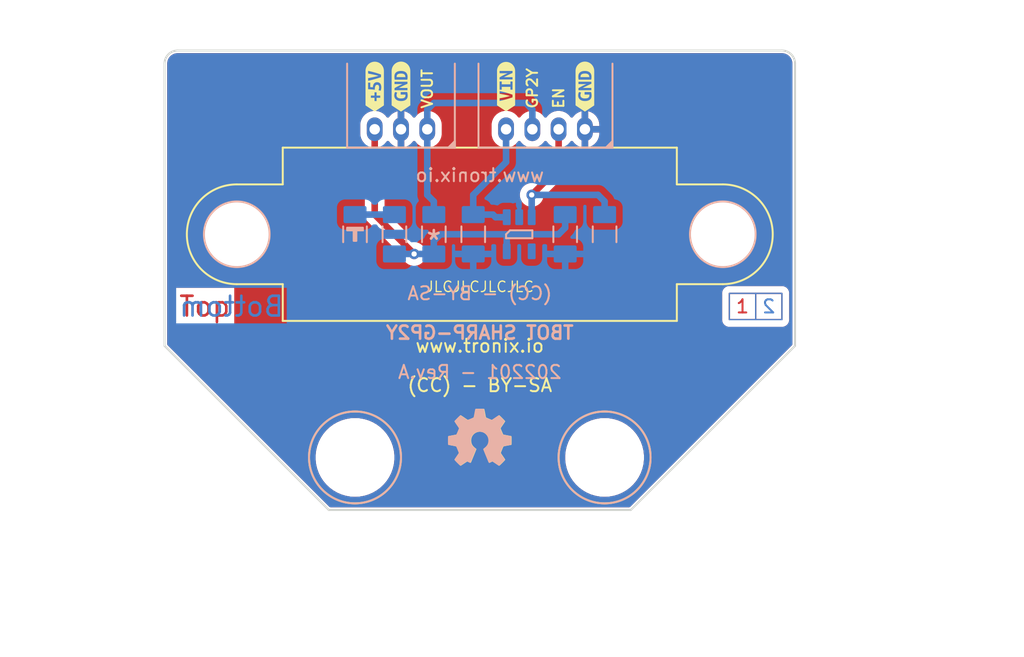
<source format=kicad_pcb>
(kicad_pcb (version 20221018) (generator pcbnew)
  (title_block (title "TBOT - SHARP-GP2Y") (date "01/2022") (rev "A"))
  (layers (0 "F.Cu" signal) (31 "B.Cu" signal) (34 "B.Paste" user) (35 "F.Paste" user) (36 "B.SilkS" user "B.Silkscreen") (37 "F.SilkS" user "F.Silkscreen") (38 "B.Mask" user) (39 "F.Mask" user) (44 "Edge.Cuts" user))
  (net 0 "")
  (net 1 "GND")
  (net 2 "+5V")
  (net 3 "+VIN")
  (net 4 "Net-(LED1-A)")
  (net 5 "MCU_ENABLE")
  (net 7 "GP2Y_OUT")
  (footprint "tronixio:OSHW-5MM" (layer "F.Cu") (at 124 94.5)
    (fp_text reference "GT" hide)
    (fp_text value "LOGO" hide)
    (fp_poly (pts (xy 0.112503 -2.205305) (xy 0.188585 -2.204991) (xy 0.245175 -2.204139) (xy 0.285349 -2.202485) (xy 0.312183 -2.19976) (xy 0.328754 -2.195697) (xy 0.338137 -2.190029) (xy 0.343407 -2.182489) (xy 0.346067 -2.176502) (xy 0.351819 -2.155872) (xy 0.361219 -2.114019) (xy 0.373445 -2.054971) (xy 0.387673 -1.982754) (xy 0.403082 -1.901397) (xy 0.410766 -1.859685) (xy 0.426304 -1.776128) (xy 0.440921 -1.700487) (xy 0.453831 -1.636607) (xy 0.464245 -1.58833) (xy 0.471376 -1.559501) (xy 0.473495 -1.553524) (xy 0.487624 -1.543829) (xy 0.520987 -1.52669) (xy 0.568967 -1.504087) (xy 0.626948 -1.477998) (xy 0.690314 -1.450405) (xy 0.754449 -1.423285) (xy 0.814737 -1.398618) (xy 0.866561 -1.378383) (xy 0.905305 -1.36456) (xy 0.926354 -1.359128) (xy 0.92691 -1.359112) (xy 0.941518 -1.366107) (xy 0.97411 -1.385773) (xy 1.021624 -1.416127) (xy 1.080997 -1.455189) (xy 1.149167 -1.500978) (xy 1.204337 -1.538617) (xy 1.276991 -1.58813) (xy 1.343025 -1.632413) (xy 1.399403 -1.669487) (xy 1.443088 -1.697374) (xy 1.471043 -1.714097) (xy 1.47988 -1.718122) (xy 1.493641 -1.709282) (xy 1.521915 -1.684807) (xy 1.561669 -1.647768) (xy 1.609873 -1.601234) (xy 1.663495 -1.548276) (xy 1.719505 -1.491962) (xy 1.774871 -1.435363) (xy 1.826562 -1.381549) (xy 1.871548 -1.33359) (xy 1.906797 -1.294555) (xy 1.929278 -1.267514) (xy 1.936093 -1.256075) (xy 1.930212 -1.239792) (xy 1.912193 -1.207543) (xy 1.881475 -1.158462) (xy 1.837495 -1.091686) (xy 1.779689 -1.00635) (xy 1.707495 -0.901591) (xy 1.671879 -0.850344) (xy 1.638824 -0.80126) (xy 1.612148 -0.758563) (xy 1.594893 -0.727324) (xy 1.589904 -0.713655) (xy 1.594754 -0.697334) (xy 1.608013 -0.662128) (xy 1.62775 -0.612617) (xy 1.652031 -0.55338) (xy 1.678922 -0.488996) (xy 1.706491 -0.424047) (xy 1.732803 -0.363111) (xy 1.755927 -0.310768) (xy 1.773928 -0.271598) (xy 1.784874 -0.25018) (xy 1.786526 -0.247868) (xy 1.800495 -0.243726) (xy 1.836105 -0.235699) (xy 1.889773 -0.224522) (xy 1.957915 -0.210929) (xy 2.036948 -0.195656) (xy 2.090365 -0.185568) (xy 2.175183 -0.169544) (xy 2.252099 -0.15474) (xy 2.317349 -0.141901) (xy 2.367173 -0.131773) (xy 2.397809 -0.125104) (xy 2.405431 -0.123066) (xy 2.411063 -0.116814) (xy 2.415426 -0.101095) (xy 2.418668 -0.073197) (xy 2.420933 -0.030409) (xy 2.422366 0.02998) (xy 2.423114 0.110684) (xy 2.423321 0.210293) (xy 2.423202 0.310587) (xy 2.422711 0.388201) (xy 2.421649 0.446096) (xy 2.419816 0.487237) (xy 2.417013 0.514584) (xy 2.41304 0.531101) (xy 2.407697 0.53975) (xy 2.400883 0.543466) (xy 2.378661 0.548625) (xy 2.338314 0.556746) (xy 2.286985 0.566415) (xy 2.263049 0.570744) (xy 2.127407 0.595376) (xy 2.016332 0.616479) (xy 1.929018 0.634225) (xy 1.864656 0.64879) (xy 1.82244 0.660347) (xy 1.801562 0.66907) (xy 1.79987 0.670496) (xy 1.791465 0.686078) (xy 1.775685 0.720992) (xy 1.754362 0.770707) (xy 1.729327 0.830694) (xy 1.702414 0.896422) (xy 1.675454 0.96336) (xy 1.650281 1.026979) (xy 1.628726 1.082748) (xy 1.612622 1.126137) (xy 1.603801 1.152615) (xy 1.602692 1.157988) (xy 1.610028 1.172767) (xy 1.63143 1.207108) (xy 1.666036 1.259722) (xy 1.712983 1.329322) (xy 1.771408 1.414621) (xy 1.840447 1.51433) (xy 1.867654 1.553391) (xy 1.897811 1.599113) (xy 1.921185 1.639288) (xy 1.934376 1.667841) (xy 1.936093 1.675677) (xy 1.927103 1.692014) (xy 1.901418 1.723855) (xy 1.860965 1.769075) (xy 1.807672 1.82555) (xy 1.743466 1.891154) (xy 1.71296 1.921664) (xy 1.643302 1.990709) (xy 1.589314 2.043494) (xy 1.548612 2.081971) (xy 1.518813 2.108091) (xy 1.497532 2.123805) (xy 1.482386 2.131066) (xy 1.470991 2.131825) (xy 1.460964 2.128033) (xy 1.460917 2.128008) (xy 1.441892 2.116253) (xy 1.405419 2.09234) (xy 1.355138 2.058707) (xy 1.294686 2.017792) (xy 1.227702 1.972033) (xy 1.210483 1.960205) (xy 1.143557 1.914694) (xy 1.083189 1.874607) (xy 1.032748 1.842104) (xy 0.995605 1.819344) (xy 0.975129 1.808488) (xy 0.972784 1.807875) (xy 0.955044 1.813477) (xy 0.920428 1.82855) (xy 0.874685 1.850498) (xy 0.843591 1.866246) (xy 0.794692 1.890329) (xy 0.754091 1.908142) (xy 0.727189 1.917434) (xy 0.719661 1.917874) (xy 0.71184 1.904564) (xy 0.695873 1.87093) (xy 0.673276 1.820398) (xy 0.645566 1.756397) (xy 0.614262 1.682354) (xy 0.595951 1.638326) (xy 0.555205 1.539832) (xy 0.509885 1.430374) (xy 0.463588 1.318629) (xy 0.419909 1.213275) (xy 0.382617 1.123407) (xy 0.352192 1.049365) (xy 0.325466 0.982847) (xy 0.303922 0.927668) (xy 0.289044 0.887646) (xy 0.282318 0.866596) (xy 0.28208 0.86489) (xy 0.291868 0.850064) (xy 0.317767 0.825757) (xy 0.354572 0.796754) (xy 0.362216 0.791216) (xy 0.47362 0.699405) (xy 0.560778 0.600114) (xy 0.624272 0.492284) (xy 0.664684 0.374854) (xy 0.682594 0.246763) (xy 0.683668 0.205149) (xy 0.672966 0.079705) (xy 0.639876 -0.035509) (xy 0.583362 -0.143051) (xy 0.502387 -0.245478) (xy 0.500128 -0.247901) (xy 0.404266 -0.332655) (xy 0.297367 -0.395917) (xy 0.182586 -0.437559) (xy 0.063074 -0.45745) (xy -0.058015 -0.455461) (xy -0.177529 -0.431461) (xy -0.292317 -0.38532) (xy -0.399224 -0.316909) (xy -0.435557 -0.286461) (xy -0.524789 -0.19034) (xy -0.590858 -0.083248) (xy -0.63358 0.034398) (xy -0.65277 0.162186) (xy -0.653912 0.203806) (xy -0.64477 0.331905) (xy -0.616397 0.446756) (xy -0.567372 0.551025) (xy -0.496276 0.647379) (xy -0.401689 0.738486) (xy -0.345898 0.782346) (xy -0.305473 0.814275) (xy -0.274554 0.84243) (xy -0.257973 0.862253) (xy -0.256436 0.866724) (xy -0.261189 0.882472) (xy -0.274692 0.919019) (xy -0.295811 0.973504) (xy -0.323413 1.043065) (xy -0.356365 1.124837) (xy -0.393532 1.21596) (xy -0.424781 1.291835) (xy -0.466473 1.392714) (xy -0.506757 1.490316) (xy -0.54414 1.581016) (xy -0.57713 1.661187) (xy -0.604234 1.727202) (xy -0.623959 1.775436) (xy -0.631922 1.795053) (xy -0.656173 1.85428) (xy -0.675445 1.89208) (xy -0.695005 1.910535) (xy -0.720119 1.911726) (xy -0.756055 1.897735) (xy -0.80808 1.870643) (xy -0.814523 1.867212) (xy -0.863833 1.841835) (xy -0.905672 1.821875) (xy -0.934272 1.810004) (xy -0.942679 1.807875) (xy -0.957624 1.814831) (xy -0.990452 1.834339) (xy -1.037961 1.864353) (xy -1.096948 1.902829) (xy -1.164211 1.947723) (xy -1.20379 1.974558) (xy -1.273782 2.022017) (xy -1.336742 2.064219) (xy -1.389581 2.099132) (xy -1.429212 2.124728) (xy -1.452547 2.138976) (xy -1.457362 2.141242) (xy -1.468597 2.132572) (xy -1.495354 2.108206) (xy -1.53505 2.070611) (xy -1.585104 2.022252) (xy -1.642932 1.965596) (xy -1.688443 1.920545) (xy -1.754363 1.854061) (xy -1.811428 1.794627) (xy -1.857492 1.744605) (xy -1.890411 1.706358) (xy -1.908038 1.682247) (xy -1.910449 1.676115) (xy -1.903342 1.656709) (xy -1.88402 1.621725) (xy -1.855484 1.576225) (xy -1.822794 1.528185) (xy -1.761853 1.44109) (xy -1.706889 1.361082) (xy -1.659529 1.29063) (xy -1.621397 1.232204) (xy -1.594118 1.188276) (xy -1.579316 1.161316) (xy -1.577082 1.154608) (xy -1.581837 1.136716) (xy -1.594857 1.099854) (xy -1.614275 1.048609) (xy -1.638222 0.987568) (xy -1.664831 0.921316) (xy -1.692235 0.854442) (xy -1.718566 0.791531) (xy -1.741957 0.737171) (xy -1.76054 0.695948) (xy -1.772447 0.672449) (xy -1.774702 0.66925) (xy -1.791569 0.66222) (xy -1.829891 0.651729) (xy -1.885847 0.638647) (xy -1.955617 0.623842) (xy -2.035381 0.608183) (xy -2.07828 0.60022) (xy -2.161621 0.584627) (xy -2.236906 0.569745) (xy -2.300315 0.556391) (xy -2.348033 0.545387) (xy -2.37624 0.537551) (xy -2.381867 0.535051) (xy -2.387099 0.524908) (xy -2.390991 0.502231) (xy -2.393638 0.46456) (xy -2.395134 0.409435) (xy -2.395573 0.334397) (xy -2.39505 0.236985) (xy -2.394689 0.200194) (xy -2.391267 -0.121807) (xy -2.282282 -0.143659) (xy -2.229898 -0.153965) (xy -2.160108 -0.167419) (xy -2.080727 -0.182526) (xy -1.999569 -0.197795) (xy -1.970053 -0.203298) (xy -1.900658 -0.216734) (xy -1.840162 -0.229455) (xy -1.793065 -0.240437) (xy -1.763866 -0.248652) (xy -1.756665 -0.251967) (xy -1.746988 -0.268752) (xy -1.729936 -0.304533) (xy -1.707477 -0.354612) (xy -1.681582 -0.414291) (xy -1.654218 -0.478872) (xy -1.627353 -0.543658) (xy -1.602957 -0.60395) (xy -1.582998 -0.65505) (xy -1.569445 -0.692261) (xy -1.564266 -0.710885) (xy -1.564261 -0.711124) (xy -1.571273 -0.727773) (xy -1.590937 -0.762151) (xy -1.621195 -0.810982) (xy -1.659988 -0.870991) (xy -1.705259 -0.938901) (xy -1.732615 -0.979077) (xy -1.780965 -1.050145) (xy -1.82446 -1.115201) (xy -1.860949 -1.170937) (xy -1.888284 -1.214046) (xy -1.904314 -1.24122) (xy -1.907531 -1.248169) (xy -1.904717 -1.261112) (xy -1.890381 -1.283286) (xy -1.863069 -1.316351) (xy -1.821325 -1.361969) (xy -1.763692 -1.421801) (xy -1.691232 -1.494988) (xy -1.628982 -1.55669) (xy -1.572135 -1.611849) (xy -1.523344 -1.657988) (xy -1.485263 -1.692627) (xy -1.460542 -1.713289) (xy -1.452414 -1.718122) (xy -1.437782 -1.711105) (xy -1.405251 -1.6914) (xy -1.357928 -1.661025) (xy -1.298923 -1.621998) (xy -1.231343 -1.576338) (xy -1.183018 -1.543181) (xy -1.111112 -1.493886) (xy -1.04544 -1.44951) (xy -0.989183 -1.41215) (xy -0.945519 -1.383901) (xy -0.917627 -1.36686) (xy -0.90944 -1.362781) (xy -0.891885 -1.365776) (xy -0.855505 -1.377082) (xy -0.805012 -1.394838) (xy -0.745121 -1.417183) (xy -0.680546 -1.442257) (xy -0.616001 -1.468199) (xy -0.5562 -1.493147) (xy -0.505857 -1.515243) (xy -0.469686 -1.532623) (xy -0.45278 -1.543038) (xy -0.446293 -1.559308) (xy -0.436108 -1.597206) (xy -0.423041 -1.653118) (xy -0.407909 -1.723429) (xy -0.391528 -1.804525) (xy -0.378917 -1.870225) (xy -0.362481 -1.956759) (xy -0.347254 -2.035011) (xy -0.333961 -2.101421) (xy -0.323321 -2.152432) (xy -0.316058 -2.184486) (xy -0.31324 -2.193976) (xy -0.299005 -2.197095) (xy -0.262664 -2.199887) (xy -0.207755 -2.20223) (xy -0.137813 -2.204) (xy -0.056376 -2.205075) (xy 0.013853 -2.205351)) (fill solid) (layer "F.SilkS"))
  )
  (footprint "kibuzzard-6288C56E" (layer "F.Cu") (at 132 67.75 90)
    (fp_text reference "kibuzzard-6288C56E" hide)
    (fp_text value "G***" hide)
    (fp_poly (pts (xy 0.724628 0.333375) (xy 0.74209 0.334962) (xy 0.759553 0.334962) (xy 0.871471 0.309562) (xy 0.944496 0.239712) (xy 0.984184 0.134144) (xy 0.993114 0.070048) (xy 0.99609 0) (xy 0.986565 -0.123825) (xy 0.953228 -0.230188) (xy 0.88814 -0.304006) (xy 0.781778 -0.331788) (xy 0.753203 -0.330994) (xy 0.724628 -0.327025) (xy 0.724628 0.333375)) (fill solid) (layer "F.SilkS"))
    (fp_poly (pts (xy -1.100997 -0.7112) (xy -1.431727 -0.7112) (xy -1.90586 0) (xy -1.431727 0.7112) (xy -1.100997 0.7112) (xy -0.69936 0.7112) (xy -0.69936 0.512762) (xy -0.786871 0.504627) (xy -0.865254 0.480219) (xy -0.933715 0.439737) (xy -0.99146 0.383381) (xy -1.037894 0.31115) (xy -1.072422 0.223044) (xy -1.093854 0.119261) (xy -1.100997 0) (xy -1.092663 -0.11807) (xy -1.06766 -0.221456) (xy -1.028369 -0.309761) (xy -0.977172 -0.382588) (xy -0.914863 -0.439539) (xy -0.842235 -0.480219) (xy -0.761669 -0.504627) (xy -0.675547 -0.512763) (xy -0.573154 -0.504031) (xy -0.494572 -0.484188) (xy -0.439804 -0.460375) (xy -0.40726 -0.441325) (xy -0.45806 -0.28575) (xy -0.543785 -0.325438) (xy -0.64856 -0.3429) (xy -0.766035 -0.3175) (xy -0.844616 -0.246856) (xy -0.889066 -0.138906) (xy -0.899186 -0.072827) (xy -0.90256 0) (xy -0.896386 0.107156) (xy -0.877865 0.193675) (xy -0.846997 0.259556) (xy -0.778338 0.322064) (xy -0.683485 0.3429) (xy -0.645385 0.341312) (xy -0.607285 0.33655) (xy -0.607285 -0.022225) (xy -0.412022 -0.022225) (xy -0.412022 0.468312) (xy -0.520766 0.496887) (xy -0.602324 0.508794) (xy -0.69936 0.512762) (xy -0.69936 0.7112) (xy 0.213453 0.7112) (xy 0.213453 0.492125) (xy 0.16768 0.383205) (xy 0.119261 0.274461) (xy 0.068196 0.165894) (xy 0.014486 0.057326) (xy -0.04187 -0.051417) (xy -0.100872 -0.160338) (xy -0.100872 0.492125) (xy -0.277085 0.492125) (xy -0.277085 -0.490538) (xy -0.119922 -0.490538) (xy -0.075472 -0.417711) (xy -0.031022 -0.338931) (xy 0.012832 -0.257373) (xy 0.055496 -0.176213) (xy 0.095978 -0.096441) (xy 0.133284 -0.01905) (xy 0.166423 0.052387) (xy 0.194403 0.1143) (xy 0.194403 -0.490538) (xy 0.370615 -0.490538) (xy 0.370615 0.492125) (xy 0.213453 0.492125) (xy 0.213453 0.7112) (xy 0.738915 0.7112) (xy 0.738915 0.504825) (xy 0.636521 0.499269) (xy 0.529365 0.481012) (xy 0.529365 -0.477838) (xy 0.654778 -0.496888) (xy 0.764315 -0.50165) (xy 0.856985 -0.494506) (xy 0.941321 -0.473075) (xy 1.015339 -0.436364) (xy 1.077053 -0.383381) (xy 1.126464 -0.313928) (xy 1.163571 -0.227806) (xy 1.186789 -0.123627) (xy 1.194528 0) (xy 1.185995 0.126405) (xy 1.160396 0.232569) (xy 1.119717 0.319683) (xy 1.06594 0.388937) (xy 0.99986 0.441127) (xy 0.922271 0.477044) (xy 0.83476 0.49788) (xy 0.738915 0.504825) (xy 0.738915 0.7112) (xy 1.194528 0.7112) (xy 1.19466 0.7112) (xy 1.26437 0.707775) (xy 1.333408 0.697534) (xy 1.40111 0.680576) (xy 1.466824 0.657063) (xy 1.529917 0.627222) (xy 1.589781 0.591341) (xy 1.64584 0.549765) (xy 1.697554 0.502894) (xy 1.744425 0.45118) (xy 1.786001 0.395122) (xy 1.821882 0.335257) (xy 1.851723 0.272164) (xy 1.875236 0.20645) (xy 1.892194 0.138748) (xy 1.902435 0.06971) (xy 1.90586 0) (xy 1.902435 -0.06971) (xy 1.892194 -0.138748) (xy 1.875236 -0.20645) (xy 1.851723 -0.272164) (xy 1.821882 -0.335257) (xy 1.786001 -0.395122) (xy 1.744425 -0.45118) (xy 1.697554 -0.502894) (xy 1.64584 -0.549765) (xy 1.589781 -0.591341) (xy 1.529917 -0.627222) (xy 1.466824 -0.657063) (xy 1.40111 -0.680576) (xy 1.333408 -0.697534) (xy 1.26437 -0.707775) (xy 1.19466 -0.7112) (xy 1.194528 -0.7112) (xy -1.100997 -0.7112)) (fill solid) (layer "F.SilkS"))
  )
  (footprint "kibuzzard-6288C554" (layer "F.Cu") (at 116 67.75 90)
    (fp_text reference "kibuzzard-6288C554" hide)
    (fp_text value "G***" hide)
    (fp_poly (pts (xy -1.100733 -0.700088) (xy -1.431462 -0.700088) (xy -1.898187 0) (xy -1.431462 0.700088) (xy -1.100733 0.700088) (xy -0.68322 0.700088) (xy -0.68322 0.420688) (xy -0.851495 0.420688) (xy -0.851495 0.144462) (xy -1.100733 0.144462) (xy -1.100733 -0.015875) (xy -0.851495 -0.015875) (xy -0.851495 -0.2921) (xy -0.68322 -0.2921) (xy -0.68322 -0.015875) (xy -0.433983 -0.015875) (xy -0.433983 0.144462) (xy -0.68322 0.144462) (xy -0.68322 0.420688) (xy -0.68322 0.700088) (xy -0.049808 0.700088) (xy -0.049808 0.50165) (xy -0.127595 0.496887) (xy -0.203795 0.484981) (xy -0.269677 0.468312) (xy -0.31492 0.45085) (xy -0.275233 0.288925) (xy -0.186333 0.320675) (xy -0.125611 0.331391) (xy -0.051395 0.334963) (xy 0.043061 0.322263) (xy 0.101798 0.289719) (xy 0.131167 0.244475) (xy 0.139105 0.192087) (xy 0.125611 0.116681) (xy 0.071636 0.057944) (xy -0.043458 0.019844) (xy -0.12958 0.009723) (xy -0.23872 0.00635) (xy -0.224433 -0.125611) (xy -0.21332 -0.254794) (xy -0.204986 -0.380405) (xy -0.199033 -0.50165) (xy 0.302617 -0.50165) (xy 0.302617 -0.339725) (xy -0.03552 -0.339725) (xy -0.043458 -0.233363) (xy -0.051395 -0.142875) (xy 0.068726 -0.126647) (xy 0.166621 -0.094897) (xy 0.242292 -0.047625) (xy 0.296091 0.014817) (xy 0.32837 0.092075) (xy 0.33913 0.18415) (xy 0.315317 0.310356) (xy 0.242292 0.411162) (xy 0.187127 0.449262) (xy 0.120055 0.477838) (xy 0.041077 0.495697) (xy -0.049808 0.50165) (xy -0.049808 0.700088) (xy 0.718542 0.700088) (xy 0.718542 0.481012) (xy 0.679252 0.364331) (xy 0.63758 0.233362) (xy 0.609534 0.141376) (xy 0.582546 0.049565) (xy 0.556617 -0.042069) (xy 0.532099 -0.131939) (xy 0.509345 -0.218458) (xy 0.488355 -0.301625) (xy 0.462161 -0.41275) (xy 0.443905 -0.50165) (xy 0.65028 -0.50165) (xy 0.662186 -0.419298) (xy 0.678855 -0.324644) (xy 0.698897 -0.22225) (xy 0.720923 -0.116681) (xy 0.744736 -0.010319) (xy 0.770136 0.094456) (xy 0.796131 0.19308) (xy 0.82173 0.280987) (xy 0.84713 0.19427) (xy 0.87253 0.096044) (xy 0.897136 -0.008731) (xy 0.920155 -0.115094) (xy 0.941586 -0.220861) (xy 0.96143 -0.32385) (xy 0.978892 -0.4191) (xy 0.99318 -0.50165) (xy 1.197967 -0.50165) (xy 1.176734 -0.400844) (xy 1.151136 -0.288925) (xy 1.12137 -0.168473) (xy 1.087636 -0.042069) (xy 1.06303 0.044715) (xy 1.036836 0.132556) (xy 1.009055 0.221456) (xy 0.980127 0.309915) (xy 0.950494 0.396434) (xy 0.920155 0.481012) (xy 0.718542 0.481012) (xy 0.718542 0.700088) (xy 1.197967 0.700088) (xy 1.198099 0.700088) (xy 1.26672 0.696716) (xy 1.33468 0.686636) (xy 1.401324 0.669942) (xy 1.466011 0.646797) (xy 1.528118 0.617422) (xy 1.587047 0.582101) (xy 1.64223 0.541175) (xy 1.693136 0.495037) (xy 1.739274 0.444131) (xy 1.780201 0.388948) (xy 1.815522 0.330019) (xy 1.844896 0.267912) (xy 1.868041 0.203225) (xy 1.884735 0.13658) (xy 1.894816 0.068621) (xy 1.898187 0) (xy 1.894816 -0.068621) (xy 1.884735 -0.13658) (xy 1.868041 -0.203225) (xy 1.844896 -0.267912) (xy 1.815522 -0.330019) (xy 1.780201 -0.388948) (xy 1.739274 -0.444131) (xy 1.693136 -0.495037) (xy 1.64223 -0.541175) (xy 1.587047 -0.582101) (xy 1.528118 -0.617422) (xy 1.466011 -0.646797) (xy 1.401324 -0.669942) (xy 1.33468 -0.686636) (xy 1.26672 -0.696716) (xy 1.198099 -0.700088) (xy 1.197967 -0.700088) (xy -1.100733 -0.700088)) (fill solid) (layer "F.SilkS"))
  )
  (footprint "tronixio:SHARP-GP2Y0A" (layer "F.Cu") (at 124 79)
    (fp_text reference "IR1" hide)
    (fp_text value "GP2Y0A21")
    (fp_circle (center -18.5 0) (end -16 0) (stroke (width 0.15)) (fill none) (layer "B.SilkS"))
    (fp_circle (center 18.5 0) (end 21 0) (stroke (width 0.15)) (fill none) (layer "B.SilkS"))
    (fp_line (start -18.5 3.8) (end -15 3.8) (stroke (width 0.15)) (layer "F.SilkS"))
    (fp_line (start -15 -6.6) (end -15 -3.8) (stroke (width 0.15)) (layer "F.SilkS"))
    (fp_line (start -15 -6.6) (end 15 -6.6) (stroke (width 0.15)) (layer "F.SilkS"))
    (fp_line (start -15 -3.8) (end -18.5 -3.8) (stroke (width 0.15)) (layer "F.SilkS"))
    (fp_line (start -15 3.8) (end -15 6.6) (stroke (width 0.15)) (layer "F.SilkS"))
    (fp_line (start -15 6.6) (end 15 6.6) (stroke (width 0.15)) (layer "F.SilkS"))
    (fp_line (start 15 -3.8) (end 15 -6.6) (stroke (width 0.15)) (layer "F.SilkS"))
    (fp_line (start 15 3.8) (end 18.5 3.8) (stroke (width 0.15)) (layer "F.SilkS"))
    (fp_line (start 15 6.6) (end 15 3.8) (stroke (width 0.15)) (layer "F.SilkS"))
    (fp_line (start 18.5 -3.8) (end 15 -3.8) (stroke (width 0.15)) (layer "F.SilkS"))
    (fp_arc (start -18.5 3.8) (mid -22.3 0) (end -18.5 -3.8) (stroke (width 0.15)) (layer "F.SilkS"))
    (fp_arc (start 18.5 -3.8) (mid 22.3 0) (end 18.5 3.8) (stroke (width 0.15)) (layer "F.SilkS"))
    (pad "" np_thru_hole circle (at -18.5 0) (size 3 3) (drill 3) (layers "F&B.Cu" "*.Mask") (clearance 1))
    (pad "" np_thru_hole circle (at 18.5 0) (size 3 3) (drill 3) (layers "F&B.Cu" "*.Mask") (clearance 1))
  )
  (footprint "kibuzzard-6288C567" (layer "F.Cu") (at 126 67.75 90)
    (fp_text reference "kibuzzard-6288C567" hide)
    (fp_text value "G***" hide)
    (fp_poly (pts (xy -1.093457 -0.689769) (xy -1.424186 -0.689769) (xy -1.884032 0) (xy -1.424186 0.689769) (xy -1.093457 0.689769) (xy -0.818819 0.689769) (xy -0.818819 0.491331) (xy -0.85811 0.37465) (xy -0.899782 0.243681) (xy -0.927828 0.151694) (xy -0.954815 0.059884) (xy -0.980744 -0.03175) (xy -1.005262 -0.12162) (xy -1.028016 -0.208139) (xy -1.049007 -0.291306) (xy -1.075201 -0.402431) (xy -1.093457 -0.491331) (xy -0.887082 -0.491331) (xy -0.875176 -0.40898) (xy -0.858507 -0.314325) (xy -0.838465 -0.211931) (xy -0.816438 -0.106363) (xy -0.792626 0) (xy -0.767226 0.104775) (xy -0.74123 0.203398) (xy -0.715632 0.291306) (xy -0.690232 0.204589) (xy -0.664832 0.106362) (xy -0.640226 0.001587) (xy -0.617207 -0.104775) (xy -0.595776 -0.210542) (xy -0.575932 -0.313531) (xy -0.558469 -0.408781) (xy -0.544182 -0.491331) (xy -0.339394 -0.491331) (xy -0.360627 -0.390525) (xy -0.386226 -0.278606) (xy -0.415991 -0.158155) (xy -0.449726 -0.03175) (xy -0.474332 0.055033) (xy -0.500526 0.142875) (xy -0.528307 0.231775) (xy -0.557235 0.320234) (xy -0.586868 0.406753) (xy -0.617207 0.491331) (xy -0.818819 0.491331) (xy -0.818819 0.689769) (xy -0.234619 0.689769) (xy -0.234619 0.491331) (xy -0.234619 0.329406) (xy -0.020307 0.329406) (xy -0.020307 -0.329406) (xy -0.234619 -0.329406) (xy -0.234619 -0.491331) (xy 0.389268 -0.491331) (xy 0.389268 -0.329406) (xy 0.176543 -0.329406) (xy 0.176543 0.329406) (xy 0.389268 0.329406) (xy 0.389268 0.491331) (xy -0.234619 0.491331) (xy -0.234619 0.689769) (xy 1.036968 0.689769) (xy 1.036968 0.491331) (xy 0.991195 0.382411) (xy 0.942777 0.273667) (xy 0.891712 0.1651) (xy 0.838002 0.056533) (xy 0.781645 -0.052211) (xy 0.722643 -0.161131) (xy 0.722643 0.491331) (xy 0.546431 0.491331) (xy 0.546431 -0.491331) (xy 0.703593 -0.491331) (xy 0.748043 -0.418505) (xy 0.792493 -0.339725) (xy 0.836348 -0.258167) (xy 0.879012 -0.177006) (xy 0.919493 -0.097234) (xy 0.956799 -0.019844) (xy 0.989939 0.051594) (xy 1.017918 0.113506) (xy 1.017918 -0.491331) (xy 1.194131 -0.491331) (xy 1.194131 0.491331) (xy 1.036968 0.491331) (xy 1.036968 0.689769) (xy 1.194131 0.689769) (xy 1.194263 0.689769) (xy 1.261872 0.686447) (xy 1.32883 0.676515) (xy 1.394492 0.660068) (xy 1.458226 0.637263) (xy 1.519418 0.608322) (xy 1.577478 0.573522) (xy 1.631848 0.533198) (xy 1.682003 0.48774) (xy 1.727461 0.437585) (xy 1.767785 0.383215) (xy 1.802585 0.325155) (xy 1.831526 0.263963) (xy 1.854331 0.200229) (xy 1.870778 0.134567) (xy 1.88071 0.067609) (xy 1.884032 0) (xy 1.88071 -0.067609) (xy 1.870778 -0.134567) (xy 1.854331 -0.200229) (xy 1.831526 -0.263963) (xy 1.802585 -0.325155) (xy 1.767785 -0.383215) (xy 1.727461 -0.437585) (xy 1.682003 -0.48774) (xy 1.631848 -0.533198) (xy 1.577478 -0.573522) (xy 1.519418 -0.608322) (xy 1.458226 -0.637263) (xy 1.394492 -0.660068) (xy 1.32883 -0.676515) (xy 1.261872 -0.686447) (xy 1.194263 -0.689769) (xy 1.194131 -0.689769) (xy -1.093457 -0.689769)) (fill solid) (layer "F.SilkS"))
  )
  (footprint "kibuzzard-6288C562" (layer "F.Cu") (at 118 67.75 90)
    (fp_text reference "kibuzzard-6288C562" hide)
    (fp_text value "G***" hide)
    (fp_poly (pts (xy 0.724628 0.333375) (xy 0.74209 0.334962) (xy 0.759553 0.334962) (xy 0.871471 0.309562) (xy 0.944496 0.239712) (xy 0.984184 0.134144) (xy 0.993114 0.070048) (xy 0.99609 0) (xy 0.986565 -0.123825) (xy 0.953228 -0.230188) (xy 0.88814 -0.304006) (xy 0.781778 -0.331788) (xy 0.753203 -0.330994) (xy 0.724628 -0.327025) (xy 0.724628 0.333375)) (fill solid) (layer "F.SilkS"))
    (fp_poly (pts (xy -1.100997 -0.7112) (xy -1.431727 -0.7112) (xy -1.90586 0) (xy -1.431727 0.7112) (xy -1.100997 0.7112) (xy -0.69936 0.7112) (xy -0.69936 0.512762) (xy -0.786871 0.504627) (xy -0.865254 0.480219) (xy -0.933715 0.439737) (xy -0.99146 0.383381) (xy -1.037894 0.31115) (xy -1.072422 0.223044) (xy -1.093854 0.119261) (xy -1.100997 0) (xy -1.092663 -0.11807) (xy -1.06766 -0.221456) (xy -1.028369 -0.309761) (xy -0.977172 -0.382588) (xy -0.914863 -0.439539) (xy -0.842235 -0.480219) (xy -0.761669 -0.504627) (xy -0.675547 -0.512763) (xy -0.573154 -0.504031) (xy -0.494572 -0.484188) (xy -0.439804 -0.460375) (xy -0.40726 -0.441325) (xy -0.45806 -0.28575) (xy -0.543785 -0.325438) (xy -0.64856 -0.3429) (xy -0.766035 -0.3175) (xy -0.844616 -0.246856) (xy -0.889066 -0.138906) (xy -0.899186 -0.072827) (xy -0.90256 0) (xy -0.896386 0.107156) (xy -0.877865 0.193675) (xy -0.846997 0.259556) (xy -0.778338 0.322064) (xy -0.683485 0.3429) (xy -0.645385 0.341312) (xy -0.607285 0.33655) (xy -0.607285 -0.022225) (xy -0.412022 -0.022225) (xy -0.412022 0.468312) (xy -0.520766 0.496887) (xy -0.602324 0.508794) (xy -0.69936 0.512762) (xy -0.69936 0.7112) (xy 0.213453 0.7112) (xy 0.213453 0.492125) (xy 0.16768 0.383205) (xy 0.119261 0.274461) (xy 0.068196 0.165894) (xy 0.014486 0.057326) (xy -0.04187 -0.051417) (xy -0.100872 -0.160338) (xy -0.100872 0.492125) (xy -0.277085 0.492125) (xy -0.277085 -0.490538) (xy -0.119922 -0.490538) (xy -0.075472 -0.417711) (xy -0.031022 -0.338931) (xy 0.012832 -0.257373) (xy 0.055496 -0.176213) (xy 0.095978 -0.096441) (xy 0.133284 -0.01905) (xy 0.166423 0.052387) (xy 0.194403 0.1143) (xy 0.194403 -0.490538) (xy 0.370615 -0.490538) (xy 0.370615 0.492125) (xy 0.213453 0.492125) (xy 0.213453 0.7112) (xy 0.738915 0.7112) (xy 0.738915 0.504825) (xy 0.636521 0.499269) (xy 0.529365 0.481012) (xy 0.529365 -0.477838) (xy 0.654778 -0.496888) (xy 0.764315 -0.50165) (xy 0.856985 -0.494506) (xy 0.941321 -0.473075) (xy 1.015339 -0.436364) (xy 1.077053 -0.383381) (xy 1.126464 -0.313928) (xy 1.163571 -0.227806) (xy 1.186789 -0.123627) (xy 1.194528 0) (xy 1.185995 0.126405) (xy 1.160396 0.232569) (xy 1.119717 0.319683) (xy 1.06594 0.388937) (xy 0.99986 0.441127) (xy 0.922271 0.477044) (xy 0.83476 0.49788) (xy 0.738915 0.504825) (xy 0.738915 0.7112) (xy 1.194528 0.7112) (xy 1.19466 0.7112) (xy 1.26437 0.707775) (xy 1.333408 0.697534) (xy 1.40111 0.680576) (xy 1.466824 0.657063) (xy 1.529917 0.627222) (xy 1.589781 0.591341) (xy 1.64584 0.549765) (xy 1.697554 0.502894) (xy 1.744425 0.45118) (xy 1.786001 0.395122) (xy 1.821882 0.335257) (xy 1.851723 0.272164) (xy 1.875236 0.20645) (xy 1.892194 0.138748) (xy 1.902435 0.06971) (xy 1.90586 0) (xy 1.902435 -0.06971) (xy 1.892194 -0.138748) (xy 1.875236 -0.20645) (xy 1.851723 -0.272164) (xy 1.821882 -0.335257) (xy 1.786001 -0.395122) (xy 1.744425 -0.45118) (xy 1.697554 -0.502894) (xy 1.64584 -0.549765) (xy 1.589781 -0.591341) (xy 1.529917 -0.627222) (xy 1.466824 -0.657063) (xy 1.40111 -0.680576) (xy 1.333408 -0.697534) (xy 1.26437 -0.707775) (xy 1.19466 -0.7112) (xy 1.194528 -0.7112) (xy -1.100997 -0.7112)) (fill solid) (layer "F.SilkS"))
  )
  (footprint "tronixio:MOUNTING-HOLE-3MM-MASK" (layer "B.Cu") (at 114.5 96 180)
    (fp_text reference "H2" hide)
    (fp_text value "MOUNTING-HOLE-3MM-MASK" hide)
    (fp_circle (center 0 0) (end 3.5 0) (stroke (width 0.15)) (fill none) (layer "B.SilkS"))
    (fp_circle (center 0 0) (end 3.5 0) (stroke (width 0.15)) (fill none) (layer "F.SilkS"))
    (pad "" np_thru_hole circle (at 0 0 180) (size 3 3) (drill 3) (layers "F&B.Cu" "*.Mask") (clearance 1.5))
  )
  (footprint "tronixio:CAPACITOR-SMD-1206" (layer "B.Cu") (at 130.5 79 -90)
    (fp_text reference "C2" hide)
    (fp_text value "1µ")
    (fp_line (start -0.6 -0.9) (end 0.6 -0.9) (stroke (width 0.15)) (layer "B.SilkS"))
    (fp_line (start -0.6 0.9) (end 0.6 0.9) (stroke (width 0.15)) (layer "B.SilkS"))
    (pad "1" smd roundrect (at -1.5 0 270) (size 1.3 1.75) (layers "B.Cu" "B.Paste" "B.Mask") (roundrect_rratio 0.1) (net 2 "+5V"))
    (pad "2" smd roundrect (at 1.5 0 270) (size 1.3 1.75) (layers "B.Cu" "B.Paste" "B.Mask") (roundrect_rratio 0.1) (net 1 "GND"))
  )
  (footprint "tronixio:LED-SMD-1206" (layer "B.Cu") (at 114.5 79 90)
    (fp_text reference "LED1" hide)
    (fp_text value "PURPLE")
    (fp_line (start -0.6 -0.9) (end 0.6 -0.9) (stroke (width 0.15)) (layer "B.SilkS"))
    (fp_line (start -0.6 0.9) (end 0.6 0.9) (stroke (width 0.15)) (layer "B.SilkS"))
    (fp_poly (pts (xy 0.5 -0.6) (xy 0.3 -0.6) (xy 0.3 -0.1) (xy -0.5 -0.1) (xy -0.5 0.1) (xy 0.3 0.1) (xy 0.3 0.6) (xy 0.5 0.6)) (stroke (width 0.15)) (fill solid) (layer "B.SilkS"))
    (pad "1" smd roundrect (at -1.5 0 90) (size 1.3 1.75) (layers "B.Cu" "B.Paste" "B.Mask") (roundrect_rratio 0.1) (net 1 "GND"))
    (pad "2" smd roundrect (at 1.5 0 90) (size 1.3 1.75) (layers "B.Cu" "B.Paste" "B.Mask") (roundrect_rratio 0.1) (net 4 "Net-(LED1-A)"))
  )
  (footprint "tronixio:SOT-23-5" (layer "B.Cu") (at 127 79 -90)
    (fp_text reference "U1" hide)
    (fp_text value "MCP1755-50")
    (fp_line (start -0.3 -1) (end 0.3 -1) (stroke (width 0.15)) (layer "B.SilkS"))
    (fp_line (start -0.3 0.7) (end -0.3 -1) (stroke (width 0.15)) (layer "B.SilkS"))
    (fp_line (start 0 1) (end -0.3 0.7) (stroke (width 0.15)) (layer "B.SilkS"))
    (fp_line (start 0.3 -1) (end 0.3 1) (stroke (width 0.15)) (layer "B.SilkS"))
    (fp_line (start 0.3 1) (end 0 1) (stroke (width 0.15)) (layer "B.SilkS"))
    (pad "1" smd roundrect (at -1.3 0.95 270) (size 1.2 0.6) (layers "B.Cu" "B.Paste" "B.Mask") (roundrect_rratio 0.15) (net 3 "+VIN"))
    (pad "2" smd roundrect (at -1.3 0 270) (size 1.2 0.6) (layers "B.Cu" "B.Paste" "B.Mask") (roundrect_rratio 0.15) (net 1 "GND"))
    (pad "3" smd roundrect (at -1.3 -0.95 270) (size 1.2 0.6) (layers "B.Cu" "B.Paste" "B.Mask") (roundrect_rratio 0.15) (net 5 "MCU_ENABLE"))
    (pad "4" smd roundrect (at 1.3 -0.95 270) (size 1.2 0.6) (layers "B.Cu" "B.Paste" "B.Mask") (roundrect_rratio 0.15))
    (pad "5" smd roundrect (at 1.3 0.95 270) (size 1.2 0.6) (layers "B.Cu" "B.Paste" "B.Mask") (roundrect_rratio 0.15) (net 2 "+5V"))
  )
  (footprint "tronixio:CAPACITOR-SMD-1206" (layer "B.Cu") (at 123.5 79 -90)
    (fp_text reference "C1" hide)
    (fp_text value "1µ")
    (fp_line (start -0.6 -0.9) (end 0.6 -0.9) (stroke (width 0.15)) (layer "B.SilkS"))
    (fp_line (start -0.6 0.9) (end 0.6 0.9) (stroke (width 0.15)) (layer "B.SilkS"))
    (pad "1" smd roundrect (at -1.5 0 270) (size 1.3 1.75) (layers "B.Cu" "B.Paste" "B.Mask") (roundrect_rratio 0.1) (net 3 "+VIN"))
    (pad "2" smd roundrect (at 1.5 0 270) (size 1.3 1.75) (layers "B.Cu" "B.Paste" "B.Mask") (roundrect_rratio 0.1) (net 1 "GND"))
  )
  (footprint "tronixio:MOUNTING-HOLE-3MM-MASK" (layer "B.Cu") (at 133.5 96 90)
    (fp_text reference "H1" hide)
    (fp_text value "MOUNTING-HOLE-3MM-MASK" hide)
    (fp_circle (center 0 0) (end 3.5 0) (stroke (width 0.15)) (fill none) (layer "B.SilkS"))
    (fp_circle (center 0 0) (end 3.5 0) (stroke (width 0.15)) (fill none) (layer "F.SilkS"))
    (pad "" np_thru_hole circle (at 0 0 90) (size 3 3) (drill 3) (layers "F&B.Cu" "*.Mask") (clearance 1.5))
  )
  (footprint "tronixio:RESISTOR-SMD-1206" (layer "B.Cu") (at 133.5 79 -90)
    (fp_text reference "R1" hide)
    (fp_text value "100k")
    (fp_line (start -0.6 -0.9) (end 0.6 -0.9) (stroke (width 0.15)) (layer "B.SilkS"))
    (fp_line (start -0.6 0.9) (end 0.6 0.9) (stroke (width 0.15)) (layer "B.SilkS"))
    (pad "1" smd roundrect (at -1.5 0 270) (size 1.3 1.75) (layers "B.Cu" "B.Paste" "B.Mask") (roundrect_rratio 0.1) (net 5 "MCU_ENABLE"))
    (pad "2" smd roundrect (at 1.5 0 270) (size 1.3 1.75) (layers "B.Cu" "B.Paste" "B.Mask") (roundrect_rratio 0.1) (net 1 "GND"))
  )
  (footprint "tronixio:RESISTOR-SMD-1206" (layer "B.Cu") (at 117.5 79 90)
    (fp_text reference "R2" hide)
    (fp_text value "4k7")
    (fp_line (start -0.6 -0.9) (end 0.6 -0.9) (stroke (width 0.15)) (layer "B.SilkS"))
    (fp_line (start -0.6 0.9) (end 0.6 0.9) (stroke (width 0.15)) (layer "B.SilkS"))
    (pad "1" smd roundrect (at -1.5 0 90) (size 1.3 1.75) (layers "B.Cu" "B.Paste" "B.Mask") (roundrect_rratio 0.1) (net 2 "+5V"))
    (pad "2" smd roundrect (at 1.5 0 90) (size 1.3 1.75) (layers "B.Cu" "B.Paste" "B.Mask") (roundrect_rratio 0.1) (net 4 "Net-(LED1-A)"))
  )
  (footprint "tronixio:MOLEX-532540470" (layer "B.Cu") (at 132 71 180)
    (fp_text reference "K2" hide)
    (fp_text value "MOLEX-MICRO-LATCH-04-RIGHT-ANGLE")
    (fp_line (start -2.1 -1.4) (end 8.1 -1.4) (stroke (width 0.15)) (layer "B.SilkS"))
    (fp_line (start -2.1 5) (end -2.1 -1.4) (stroke (width 0.15)) (layer "B.SilkS"))
    (fp_line (start 8.1 -1.4) (end 8.1 5) (stroke (width 0.15)) (layer "B.SilkS"))
    (fp_poly (pts (xy -1.6 -1.4) (xy -2.1 -1.4) (xy -2.1 -0.9)) (stroke (width 0.15)) (fill solid) (layer "B.SilkS"))
    (pad "1" thru_hole oval locked (at 0 0 180) (size 1.2 1.8) (drill 0.8) (layers "*.Cu" "*.Mask") (net 1 "GND"))
    (pad "2" thru_hole oval locked (at 2 0 180) (size 1.2 1.8) (drill 0.8) (layers "*.Cu" "*.Mask") (net 5 "MCU_ENABLE"))
    (pad "3" thru_hole oval locked (at 4 0 180) (size 1.2 1.8) (drill 0.8) (layers "*.Cu" "*.Mask") (net 7 "GP2Y_OUT"))
    (pad "4" thru_hole oval locked (at 6 0 180) (size 1.2 1.8) (drill 0.8) (layers "*.Cu" "*.Mask") (net 3 "+VIN"))
  )
  (footprint "tronixio:OSHW-5MM" (layer "B.Cu") (at 124 94.5 180)
    (fp_text reference "GB" hide)
    (fp_text value "LOGO" hide)
    (fp_poly (pts (xy 0.112503 2.205305) (xy 0.188585 2.204991) (xy 0.245175 2.204139) (xy 0.285349 2.202485) (xy 0.312183 2.19976) (xy 0.328754 2.195697) (xy 0.338137 2.190029) (xy 0.343407 2.182489) (xy 0.346067 2.176502) (xy 0.351819 2.155872) (xy 0.361219 2.114019) (xy 0.373445 2.054971) (xy 0.387673 1.982754) (xy 0.403082 1.901397) (xy 0.410766 1.859685) (xy 0.426304 1.776128) (xy 0.440921 1.700487) (xy 0.453831 1.636607) (xy 0.464245 1.58833) (xy 0.471376 1.559501) (xy 0.473495 1.553524) (xy 0.487624 1.543829) (xy 0.520987 1.52669) (xy 0.568967 1.504087) (xy 0.626948 1.477998) (xy 0.690314 1.450405) (xy 0.754449 1.423285) (xy 0.814737 1.398618) (xy 0.866561 1.378383) (xy 0.905305 1.36456) (xy 0.926354 1.359128) (xy 0.92691 1.359112) (xy 0.941518 1.366107) (xy 0.97411 1.385773) (xy 1.021624 1.416127) (xy 1.080997 1.455189) (xy 1.149167 1.500978) (xy 1.204337 1.538617) (xy 1.276991 1.58813) (xy 1.343025 1.632413) (xy 1.399403 1.669487) (xy 1.443088 1.697374) (xy 1.471043 1.714097) (xy 1.47988 1.718122) (xy 1.493641 1.709282) (xy 1.521915 1.684807) (xy 1.561669 1.647768) (xy 1.609873 1.601234) (xy 1.663495 1.548276) (xy 1.719505 1.491962) (xy 1.774871 1.435363) (xy 1.826562 1.381549) (xy 1.871548 1.33359) (xy 1.906797 1.294555) (xy 1.929278 1.267514) (xy 1.936093 1.256075) (xy 1.930212 1.239792) (xy 1.912193 1.207543) (xy 1.881475 1.158462) (xy 1.837495 1.091686) (xy 1.779689 1.00635) (xy 1.707495 0.901591) (xy 1.671879 0.850344) (xy 1.638824 0.80126) (xy 1.612148 0.758563) (xy 1.594893 0.727324) (xy 1.589904 0.713655) (xy 1.594754 0.697334) (xy 1.608013 0.662128) (xy 1.62775 0.612617) (xy 1.652031 0.55338) (xy 1.678922 0.488996) (xy 1.706491 0.424047) (xy 1.732803 0.363111) (xy 1.755927 0.310768) (xy 1.773928 0.271598) (xy 1.784874 0.25018) (xy 1.786526 0.247868) (xy 1.800495 0.243726) (xy 1.836105 0.235699) (xy 1.889773 0.224522) (xy 1.957915 0.210929) (xy 2.036948 0.195656) (xy 2.090365 0.185568) (xy 2.175183 0.169544) (xy 2.252099 0.15474) (xy 2.317349 0.141901) (xy 2.367173 0.131773) (xy 2.397809 0.125104) (xy 2.405431 0.123066) (xy 2.411063 0.116814) (xy 2.415426 0.101095) (xy 2.418668 0.073197) (xy 2.420933 0.030409) (xy 2.422366 -0.02998) (xy 2.423114 -0.110684) (xy 2.423321 -0.210293) (xy 2.423202 -0.310587) (xy 2.422711 -0.388201) (xy 2.421649 -0.446096) (xy 2.419816 -0.487237) (xy 2.417013 -0.514584) (xy 2.41304 -0.531101) (xy 2.407697 -0.53975) (xy 2.400883 -0.543466) (xy 2.378661 -0.548625) (xy 2.338314 -0.556746) (xy 2.286985 -0.566415) (xy 2.263049 -0.570744) (xy 2.127407 -0.595376) (xy 2.016332 -0.616479) (xy 1.929018 -0.634225) (xy 1.864656 -0.64879) (xy 1.82244 -0.660347) (xy 1.801562 -0.66907) (xy 1.79987 -0.670496) (xy 1.791465 -0.686078) (xy 1.775685 -0.720992) (xy 1.754362 -0.770707) (xy 1.729327 -0.830694) (xy 1.702414 -0.896422) (xy 1.675454 -0.96336) (xy 1.650281 -1.026979) (xy 1.628726 -1.082748) (xy 1.612622 -1.126137) (xy 1.603801 -1.152615) (xy 1.602692 -1.157988) (xy 1.610028 -1.172767) (xy 1.63143 -1.207108) (xy 1.666036 -1.259722) (xy 1.712983 -1.329322) (xy 1.771408 -1.414621) (xy 1.840447 -1.51433) (xy 1.867654 -1.553391) (xy 1.897811 -1.599113) (xy 1.921185 -1.639288) (xy 1.934376 -1.667841) (xy 1.936093 -1.675677) (xy 1.927103 -1.692014) (xy 1.901418 -1.723855) (xy 1.860965 -1.769075) (xy 1.807672 -1.82555) (xy 1.743466 -1.891154) (xy 1.71296 -1.921664) (xy 1.643302 -1.990709) (xy 1.589314 -2.043494) (xy 1.548612 -2.081971) (xy 1.518813 -2.108091) (xy 1.497532 -2.123805) (xy 1.482386 -2.131066) (xy 1.470991 -2.131825) (xy 1.460964 -2.128033) (xy 1.460917 -2.128008) (xy 1.441892 -2.116253) (xy 1.405419 -2.09234) (xy 1.355138 -2.058707) (xy 1.294686 -2.017792) (xy 1.227702 -1.972033) (xy 1.210483 -1.960205) (xy 1.143557 -1.914694) (xy 1.083189 -1.874607) (xy 1.032748 -1.842104) (xy 0.995605 -1.819344) (xy 0.975129 -1.808488) (xy 0.972784 -1.807875) (xy 0.955044 -1.813477) (xy 0.920428 -1.82855) (xy 0.874685 -1.850498) (xy 0.843591 -1.866246) (xy 0.794692 -1.890329) (xy 0.754091 -1.908142) (xy 0.727189 -1.917434) (xy 0.719661 -1.917874) (xy 0.71184 -1.904564) (xy 0.695873 -1.87093) (xy 0.673276 -1.820398) (xy 0.645566 -1.756397) (xy 0.614262 -1.682354) (xy 0.595951 -1.638326) (xy 0.555205 -1.539832) (xy 0.509885 -1.430374) (xy 0.463588 -1.318629) (xy 0.419909 -1.213275) (xy 0.382617 -1.123407) (xy 0.352192 -1.049365) (xy 0.325466 -0.982847) (xy 0.303922 -0.927668) (xy 0.289044 -0.887646) (xy 0.282318 -0.866596) (xy 0.28208 -0.86489) (xy 0.291868 -0.850064) (xy 0.317767 -0.825757) (xy 0.354572 -0.796754) (xy 0.362216 -0.791216) (xy 0.47362 -0.699405) (xy 0.560778 -0.600114) (xy 0.624272 -0.492284) (xy 0.664684 -0.374854) (xy 0.682594 -0.246763) (xy 0.683668 -0.205149) (xy 0.672966 -0.079705) (xy 0.639876 0.035509) (xy 0.583362 0.143051) (xy 0.502387 0.245478) (xy 0.500128 0.247901) (xy 0.404266 0.332655) (xy 0.297367 0.395917) (xy 0.182586 0.437559) (xy 0.063074 0.45745) (xy -0.058015 0.455461) (xy -0.177529 0.431461) (xy -0.292317 0.38532) (xy -0.399224 0.316909) (xy -0.435557 0.286461) (xy -0.524789 0.19034) (xy -0.590858 0.083248) (xy -0.63358 -0.034398) (xy -0.65277 -0.162186) (xy -0.653912 -0.203806) (xy -0.64477 -0.331905) (xy -0.616397 -0.446756) (xy -0.567372 -0.551025) (xy -0.496276 -0.647379) (xy -0.401689 -0.738486) (xy -0.345898 -0.782346) (xy -0.305473 -0.814275) (xy -0.274554 -0.84243) (xy -0.257973 -0.862253) (xy -0.256436 -0.866724) (xy -0.261189 -0.882472) (xy -0.274692 -0.919019) (xy -0.295811 -0.973504) (xy -0.323413 -1.043065) (xy -0.356365 -1.124837) (xy -0.393532 -1.21596) (xy -0.424781 -1.291835) (xy -0.466473 -1.392714) (xy -0.506757 -1.490316) (xy -0.54414 -1.581016) (xy -0.57713 -1.661187) (xy -0.604234 -1.727202) (xy -0.623959 -1.775436) (xy -0.631922 -1.795053) (xy -0.656173 -1.85428) (xy -0.675445 -1.89208) (xy -0.695005 -1.910535) (xy -0.720119 -1.911726) (xy -0.756055 -1.897735) (xy -0.80808 -1.870643) (xy -0.814523 -1.867212) (xy -0.863833 -1.841835) (xy -0.905672 -1.821875) (xy -0.934272 -1.810004) (xy -0.942679 -1.807875) (xy -0.957624 -1.814831) (xy -0.990452 -1.834339) (xy -1.037961 -1.864353) (xy -1.096948 -1.902829) (xy -1.164211 -1.947723) (xy -1.20379 -1.974558) (xy -1.273782 -2.022017) (xy -1.336742 -2.064219) (xy -1.389581 -2.099132) (xy -1.429212 -2.124728) (xy -1.452547 -2.138976) (xy -1.457362 -2.141242) (xy -1.468597 -2.132572) (xy -1.495354 -2.108206) (xy -1.53505 -2.070611) (xy -1.585104 -2.022252) (xy -1.642932 -1.965596) (xy -1.688443 -1.920545) (xy -1.754363 -1.854061) (xy -1.811428 -1.794627) (xy -1.857492 -1.744605) (xy -1.890411 -1.706358) (xy -1.908038 -1.682247) (xy -1.910449 -1.676115) (xy -1.903342 -1.656709) (xy -1.88402 -1.621725) (xy -1.855484 -1.576225) (xy -1.822794 -1.528185) (xy -1.761853 -1.44109) (xy -1.706889 -1.361082) (xy -1.659529 -1.29063) (xy -1.621397 -1.232204) (xy -1.594118 -1.188276) (xy -1.579316 -1.161316) (xy -1.577082 -1.154608) (xy -1.581837 -1.136716) (xy -1.594857 -1.099854) (xy -1.614275 -1.048609) (xy -1.638222 -0.987568) (xy -1.664831 -0.921316) (xy -1.692235 -0.854442) (xy -1.718566 -0.791531) (xy -1.741957 -0.737171) (xy -1.76054 -0.695948) (xy -1.772447 -0.672449) (xy -1.774702 -0.66925) (xy -1.791569 -0.66222) (xy -1.829891 -0.651729) (xy -1.885847 -0.638647) (xy -1.955617 -0.623842) (xy -2.035381 -0.608183) (xy -2.07828 -0.60022) (xy -2.161621 -0.584627) (xy -2.236906 -0.569745) (xy -2.300315 -0.556391) (xy -2.348033 -0.545387) (xy -2.37624 -0.537551) (xy -2.381867 -0.535051) (xy -2.387099 -0.524908) (xy -2.390991 -0.502231) (xy -2.393638 -0.46456) (xy -2.395134 -0.409435) (xy -2.395573 -0.334397) (xy -2.39505 -0.236985) (xy -2.394689 -0.200194) (xy -2.391267 0.121807) (xy -2.282282 0.143659) (xy -2.229898 0.153965) (xy -2.160108 0.167419) (xy -2.080727 0.182526) (xy -1.999569 0.197795) (xy -1.970053 0.203298) (xy -1.900658 0.216734) (xy -1.840162 0.229455) (xy -1.793065 0.240437) (xy -1.763866 0.248652) (xy -1.756665 0.251967) (xy -1.746988 0.268752) (xy -1.729936 0.304533) (xy -1.707477 0.354612) (xy -1.681582 0.414291) (xy -1.654218 0.478872) (xy -1.627353 0.543658) (xy -1.602957 0.60395) (xy -1.582998 0.65505) (xy -1.569445 0.692261) (xy -1.564266 0.710885) (xy -1.564261 0.711124) (xy -1.571273 0.727773) (xy -1.590937 0.762151) (xy -1.621195 0.810982) (xy -1.659988 0.870991) (xy -1.705259 0.938901) (xy -1.732615 0.979077) (xy -1.780965 1.050145) (xy -1.82446 1.115201) (xy -1.860949 1.170937) (xy -1.888284 1.214046) (xy -1.904314 1.24122) (xy -1.907531 1.248169) (xy -1.904717 1.261112) (xy -1.890381 1.283286) (xy -1.863069 1.316351) (xy -1.821325 1.361969) (xy -1.763692 1.421801) (xy -1.691232 1.494988) (xy -1.628982 1.55669) (xy -1.572135 1.611849) (xy -1.523344 1.657988) (xy -1.485263 1.692627) (xy -1.460542 1.713289) (xy -1.452414 1.718122) (xy -1.437782 1.711105) (xy -1.405251 1.6914) (xy -1.357928 1.661025) (xy -1.298923 1.621998) (xy -1.231343 1.576338) (xy -1.183018 1.543181) (xy -1.111112 1.493886) (xy -1.04544 1.44951) (xy -0.989183 1.41215) (xy -0.945519 1.383901) (xy -0.917627 1.36686) (xy -0.90944 1.362781) (xy -0.891885 1.365776) (xy -0.855505 1.377082) (xy -0.805012 1.394838) (xy -0.745121 1.417183) (xy -0.680546 1.442257) (xy -0.616001 1.468199) (xy -0.5562 1.493147) (xy -0.505857 1.515243) (xy -0.469686 1.532623) (xy -0.45278 1.543038) (xy -0.446293 1.559308) (xy -0.436108 1.597206) (xy -0.423041 1.653118) (xy -0.407909 1.723429) (xy -0.391528 1.804525) (xy -0.378917 1.870225) (xy -0.362481 1.956759) (xy -0.347254 2.035011) (xy -0.333961 2.101421) (xy -0.323321 2.152432) (xy -0.316058 2.184486) (xy -0.31324 2.193976) (xy -0.299005 2.197095) (xy -0.262664 2.199887) (xy -0.207755 2.20223) (xy -0.137813 2.204) (xy -0.056376 2.205075) (xy 0.013853 2.205351)) (fill solid) (layer "B.SilkS"))
  )
  (footprint "tronixio:RESISTOR-SMD-1206" (layer "B.Cu") (at 120.5 79 90)
    (fp_text reference "R3" hide)
    (fp_text value "10k")
    (fp_line (start -0.6 -0.9) (end 0.6 -0.9) (stroke (width 0.15)) (layer "B.SilkS"))
    (fp_line (start -0.6 0.9) (end 0.6 0.9) (stroke (width 0.15)) (layer "B.SilkS"))
    (pad "1" smd roundrect (at -1.5 0 90) (size 1.3 1.75) (layers "B.Cu" "B.Paste" "B.Mask") (roundrect_rratio 0.1) (net 2 "+5V"))
    (pad "2" smd roundrect (at 1.5 0 90) (size 1.3 1.75) (layers "B.Cu" "B.Paste" "B.Mask") (roundrect_rratio 0.1) (net 7 "GP2Y_OUT"))
  )
  (footprint "tronixio:MOLEX-532540370" (layer "B.Cu") (at 120 71 180)
    (fp_text reference "K1" hide)
    (fp_text value "MOLEX-MICRO-LATCH-03-RIGHT-ANGLE")
    (fp_line (start -2.1 -1.4) (end 6.1 -1.4) (stroke (width 0.15)) (layer "B.SilkS"))
    (fp_line (start -2.1 5) (end -2.1 -1.4) (stroke (width 0.15)) (layer "B.SilkS"))
    (fp_line (start 6.1 -1.4) (end 6.1 5) (stroke (width 0.15)) (layer "B.SilkS"))
    (fp_poly (pts (xy -1.6 -1.4) (xy -2.1 -1.4) (xy -2.1 -0.9)) (stroke (width 0.15)) (fill solid) (layer "B.SilkS"))
    (pad "1" thru_hole oval (at 0 0 180) (size 1.2 1.8) (drill 0.8) (layers "*.Cu" "*.Mask") (net 7 "GP2Y_OUT"))
    (pad "2" thru_hole oval (at 2 0 180) (size 1.2 1.8) (drill 0.8) (layers "*.Cu" "*.Mask") (net 1 "GND"))
    (pad "3" thru_hole oval (at 4 0 180) (size 1.2 1.8) (drill 0.8) (layers "*.Cu" "*.Mask") (net 2 "+5V"))
  )
  (gr_rect (start 143 83.5) (end 147 85.5) (stroke (width 0.1)) (fill none) (layer "F.Cu"))
  (gr_line (start 145 85.5) (end 145 83.5) (stroke (width 0.1)) (layer "F.Cu"))
  (gr_line (start 145 85.5) (end 145 83.5) (stroke (width 0.1)) (layer "B.Cu"))
  (gr_rect (start 143 83.5) (end 147 85.5) (stroke (width 0.1)) (fill none) (layer "B.Cu"))
  (gr_line (start 112.5 100) (end 135.5 100) (stroke (width 0.15)) (layer "Edge.Cuts"))
  (gr_line (start 135.5 100) (end 148 87.5) (stroke (width 0.15)) (layer "Edge.Cuts"))
  (gr_line (start 147 65) (end 101 65) (stroke (width 0.15)) (layer "Edge.Cuts"))
  (gr_arc (start 100 66) (mid 100.292893 65.292893) (end 101 65) (stroke (width 0.15)) (layer "Edge.Cuts"))
  (gr_line (start 148 87.5) (end 148 66) (stroke (width 0.15)) (layer "Edge.Cuts"))
  (gr_line (start 100 87.5) (end 112.5 100) (stroke (width 0.15)) (layer "Edge.Cuts"))
  (gr_line (start 100 66) (end 100 87.5) (stroke (width 0.15)) (layer "Edge.Cuts"))
  (gr_arc (start 147 65) (mid 147.707107 65.292893) (end 148 66) (stroke (width 0.15)) (layer "Edge.Cuts"))
  (gr_text "Top" (at 101 84.5) (layer "F.Cu") (effects (font (size 1.5 1.5) (thickness 0.2)) (justify left)))
  (gr_text "1" (at 144 84.5) (layer "F.Cu") (effects (font (size 1 1))))
  (gr_text "2" (at 146 84.5) (layer "B.Cu") (effects (font (size 1 1)) (justify mirror)))
  (gr_text "Bottom" (at 101 84.5) (layer "B.Cu") (effects (font (size 1.5 1.5) (thickness 0.2)) (justify right mirror)))
  (gr_text "*" (at 120.5 79.5) (layer "B.SilkS") (effects (font (size 1.5 1.5) (thickness 0.2)) (justify mirror)))
  (gr_text "TBOT SHARP-GP2Y" (at 124 86.5) (layer "B.SilkS") (effects (font (size 1 1) (thickness 0.2)) (justify mirror)))
  (gr_text "202201 - Rev.A" (at 124 89.5) (layer "B.SilkS") (effects (font (size 1 1)) (justify mirror)))
  (gr_text "www.tronix.io" (at 124 74.5) (layer "B.SilkS") (effects (font (size 1 1)) (justify mirror)))
  (gr_text "(CC) - BY-SA" (at 124 83.5) (layer "B.SilkS") (effects (font (size 1 1)) (justify mirror)))
  (gr_text "JLCJLCJLCJLC" (at 124 83) (layer "F.SilkS") (effects (font (size 0.8 0.8) (thickness 0.1))))
  (gr_text "VOUT" (at 120 69.5 90) (layer "F.SilkS") (effects (font (size 0.8 0.8)) (justify left)))
  (gr_text "EN" (at 130 69.5 90) (layer "F.SilkS") (effects (font (size 0.8 0.8)) (justify left)))
  (gr_text "www.tronix.io" (at 124 87.5) (layer "F.SilkS") (effects (font (size 1 1))))
  (gr_text "GP2Y" (at 128 69.5 90) (layer "F.SilkS") (effects (font (size 0.8 0.8)) (justify left)))
  (gr_text "(CC) - BY-SA" (at 124 90.5) (layer "F.SilkS") (effects (font (size 1 1))))
  (segment (start 119 80.5) (end 116 77.5) (width 0.5) (layer "F.Cu") (net 2))
  (segment (start 116 77.5) (end 116 71) (width 0.5) (layer "F.Cu") (net 2))
  (via (at 119 80.5) (size 0.8) (drill 0.4) (layers "F.Cu" "B.Cu") (net 2))
  (segment (start 120.5 80.5) (end 120.5 79.5) (width 0.5) (layer "B.Cu") (net 2))
  (segment (start 130 79) (end 130.5 78.5) (width 0.5) (layer "B.Cu") (net 2))
  (segment (start 126.05 80.3) (end 126.05 79.05) (width 0.5) (layer "B.Cu") (net 2))
  (segment (start 120.5 80.5) (end 117.5 80.5) (width 0.5) (layer "B.Cu") (net 2))
  (segment (start 130.5 78.5) (end 130.5 77.5) (width 0.5) (layer "B.Cu") (net 2))
  (segment (start 120.5 79.5) (end 121 79) (width 0.5) (layer "B.Cu") (net 2))
  (segment (start 121 79) (end 130 79) (width 0.5) (layer "B.Cu") (net 2))
  (segment (start 126 71) (end 126 73.5) (width 0.5) (layer "B.Cu") (net 3))
  (segment (start 125 77.5) (end 123.5 77.5) (width 0.5) (layer "B.Cu") (net 3))
  (segment (start 125.2 77.7) (end 125 77.5) (width 0.5) (layer "B.Cu") (net 3))
  (segment (start 123.5 76) (end 126 73.5) (width 0.5) (layer "B.Cu") (net 3))
  (segment (start 126.05 77.7) (end 125.2 77.7) (width 0.5) (layer "B.Cu") (net 3))
  (segment (start 123.5 77.5) (end 123.5 76) (width 0.5) (layer "B.Cu") (net 3))
  (segment (start 114.5 77.5) (end 117.5 77.5) (width 0.5) (layer "B.Cu") (net 4))
  (segment (start 130 73.95) (end 130 71) (width 0.5) (layer "F.Cu") (net 5))
  (segment (start 127.95 76) (end 130 73.95) (width 0.5) (layer "F.Cu") (net 5))
  (via (at 127.95 76) (size 0.8) (drill 0.4) (layers "F.Cu" "B.Cu") (net 5))
  (segment (start 133 76) (end 133.5 76.5) (width 0.5) (layer "B.Cu") (net 5))
  (segment (start 127.95 77.7) (end 127.95 76.05) (width 0.5) (layer "B.Cu") (net 5))
  (segment (start 127.95 76.05) (end 128 76) (width 0.5) (layer "B.Cu") (net 5))
  (segment (start 133 76) (end 127.95 76) (width 0.5) (layer "B.Cu") (net 5))
  (segment (start 133.5 76.5) (end 133.5 77.5) (width 0.5) (layer "B.Cu") (net 5))
  (segment (start 128 69.5) (end 128 71) (width 0.5) (layer "B.Cu") (net 7))
  (segment (start 120.5 69) (end 127.5 69) (width 0.5) (layer "B.Cu") (net 7))
  (segment (start 127.5 69) (end 128 69.5) (width 0.5) (layer "B.Cu") (net 7))
  (segment (start 120 71) (end 120 69.5) (width 0.5) (layer "B.Cu") (net 7))
  (segment (start 120.5 77.5) (end 120.5 76.5) (width 0.5) (layer "B.Cu") (net 7))
  (segment (start 120 69.5) (end 120.5 69) (width 0.5) (layer "B.Cu") (net 7))
  (segment (start 120 76) (end 120 71) (width 0.5) (layer "B.Cu") (net 7))
  (segment (start 120.5 76.5) (end 120 76) (width 0.5) (layer "B.Cu") (net 7))
  (zone (net 1) (net_name "GND") (layers "F&B.Cu") (name "GND") (connect_pads (clearance 0.5)) (min_thickness 0.25) (fill yes (thermal_gap 0.5) (thermal_bridge_width 0.5))
    (polygon (pts (xy 148 100) (xy 100 100) (xy 100 65) (xy 148 65)))
  )
)
</source>
